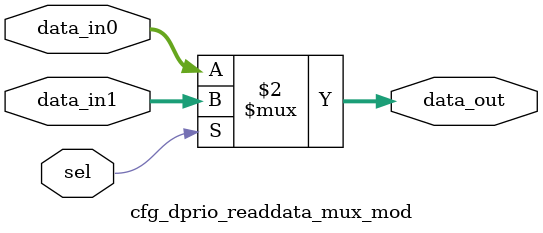
<source format=v>


module cfg_dprio_readdata_mux_mod 
#(
   parameter DATA_WIDTH      = 16  // Data width
 )
( 
input  wire                   sel,       // 1-hot selection input
input  wire [DATA_WIDTH-1:0]  data_in1,  // data input
input  wire [DATA_WIDTH-1:0]  data_in0,  // data input

output wire [DATA_WIDTH-1:0]  data_out   // data output
);

assign data_out = (sel == 1'b1) ? data_in1 : data_in0;

endmodule

</source>
